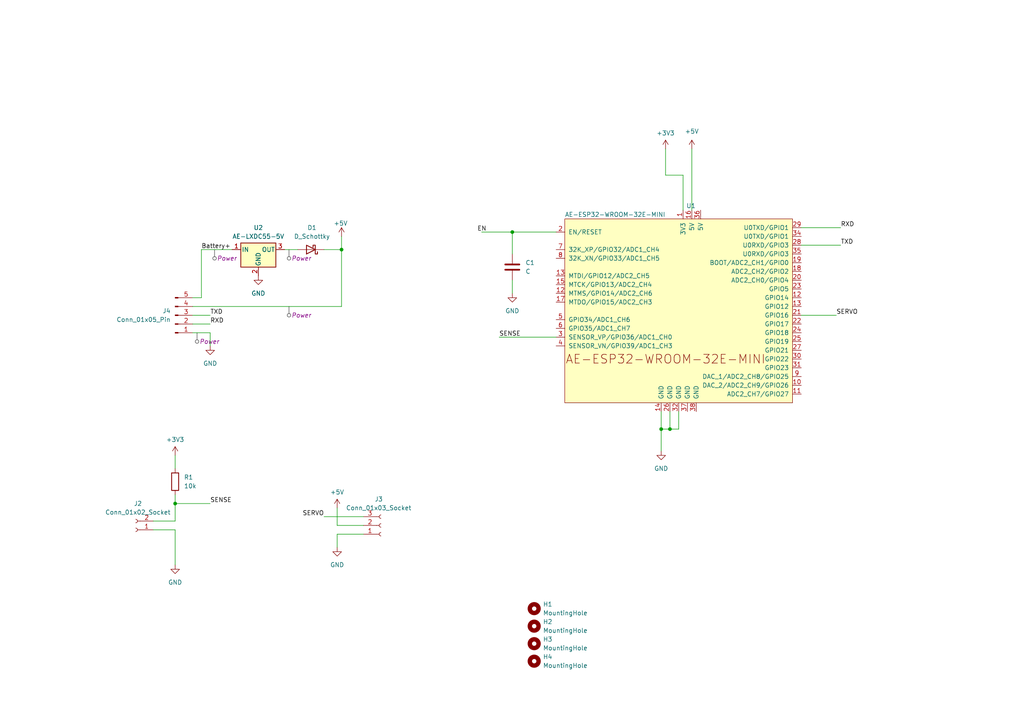
<source format=kicad_sch>
(kicad_sch (version 20231120) (generator "eeschema") (generator_version "8.0")
  (paper "A4")
  (lib_symbols
    (symbol "Connector:Conn_01x02_Socket" (pin_names (offset 1.016) hide)
      (property "Reference" "J" (at 0 2.54 0))
      (property "Value" "Conn_01x02_Socket" (at 0 -5.08 0))
      (symbol "Conn_01x02_Socket_1_1"
        (arc (start 0 -2.032) (mid -0.5058 -2.54) (end 0 -3.048) (stroke (width 0.1524)))
        (polyline (pts (xy -1.27 -2.54) (xy -0.508 -2.54)) (stroke (width 0.1524)))
        (polyline (pts (xy -1.27 0) (xy -0.508 0)) (stroke (width 0.1524)))
        (arc (start 0 0.508) (mid -0.5058 0) (end 0 -0.508) (stroke (width 0.1524)))
        (pin passive line (at -5.08 0 0) (length 3.81) (name "Pin_1") (number "1"))
        (pin passive line (at -5.08 -2.54 0) (length 3.81) (name "Pin_2") (number "2"))
      )
    )
    (symbol "Connector:Conn_01x03_Socket" (pin_names (offset 1.016) hide)
      (property "Reference" "J" (at 0 5.08 0))
      (property "Value" "Conn_01x03_Socket" (at 0 -5.08 0))
      (symbol "Conn_01x03_Socket_1_1"
        (arc (start 0 -2.032) (mid -0.5058 -2.54) (end 0 -3.048) (stroke (width 0.1524)))
        (polyline (pts (xy -1.27 -2.54) (xy -0.508 -2.54)) (stroke (width 0.1524)))
        (polyline (pts (xy -1.27 0) (xy -0.508 0)) (stroke (width 0.1524)))
        (polyline (pts (xy -1.27 2.54) (xy -0.508 2.54)) (stroke (width 0.1524)))
        (arc (start 0 0.508) (mid -0.5058 0) (end 0 -0.508) (stroke (width 0.1524)))
        (arc (start 0 3.048) (mid -0.5058 2.54) (end 0 2.032) (stroke (width 0.1524)))
        (pin passive line (at -5.08 2.54 0) (length 3.81) (name "Pin_1") (number "1"))
        (pin passive line (at -5.08 0 0) (length 3.81) (name "Pin_2") (number "2"))
        (pin passive line (at -5.08 -2.54 0) (length 3.81) (name "Pin_3") (number "3"))
      )
    )
    (symbol "Connector:Conn_01x05_Pin" (pin_names (offset 1.016) hide)
      (property "Reference" "J" (at 0 7.62 0))
      (property "Value" "Conn_01x05_Pin" (at 0 -7.62 0))
      (symbol "Conn_01x05_Pin_1_1"
        (polyline (pts (xy 1.27 -5.08) (xy 0.8636 -5.08)) (stroke (width 0.1524)))
        (polyline (pts (xy 1.27 -2.54) (xy 0.8636 -2.54)) (stroke (width 0.1524)))
        (polyline (pts (xy 1.27 0) (xy 0.8636 0)) (stroke (width 0.1524)))
        (polyline (pts (xy 1.27 2.54) (xy 0.8636 2.54)) (stroke (width 0.1524)))
        (polyline (pts (xy 1.27 5.08) (xy 0.8636 5.08)) (stroke (width 0.1524)))
        (rectangle (start 0.8636 -4.953) (end 0 -5.207) (stroke (width 0.1524)) (fill (type outline)))
        (rectangle (start 0.8636 -2.413) (end 0 -2.667) (stroke (width 0.1524)) (fill (type outline)))
        (rectangle (start 0.8636 0.127) (end 0 -0.127) (stroke (width 0.1524)) (fill (type outline)))
        (rectangle (start 0.8636 2.667) (end 0 2.413) (stroke (width 0.1524)) (fill (type outline)))
        (rectangle (start 0.8636 5.207) (end 0 4.953) (stroke (width 0.1524)) (fill (type outline)))
        (pin passive line (at 5.08 5.08 180) (length 3.81) (name "Pin_1") (number "1"))
        (pin passive line (at 5.08 2.54 180) (length 3.81) (name "Pin_2") (number "2"))
        (pin passive line (at 5.08 0 180) (length 3.81) (name "Pin_3") (number "3"))
        (pin passive line (at 5.08 -2.54 180) (length 3.81) (name "Pin_4") (number "4"))
        (pin passive line (at 5.08 -5.08 180) (length 3.81) (name "Pin_5") (number "5"))
      )
    )
    (symbol "Device:C" (pin_numbers hide) (pin_names (offset 0.254))
      (property "Reference" "C" (at 0.635 2.54 0))
      (property "Value" "C" (at 0.635 -2.54 0))
      (symbol "C_0_1"
        (polyline (pts (xy -2.032 -0.762) (xy 2.032 -0.762)) (stroke (width 0.508)))
        (polyline (pts (xy -2.032 0.762) (xy 2.032 0.762)) (stroke (width 0.508)))
      )
      (symbol "C_1_1"
        (pin passive line (at 0 3.81 270) (length 2.794) (name "~") (number "1"))
        (pin passive line (at 0 -3.81 90) (length 2.794) (name "~") (number "2"))
      )
    )
    (symbol "Device:D_Schottky" (pin_numbers hide) (pin_names (offset 1.016) hide)
      (property "Reference" "D" (at 0 2.54 0))
      (property "Value" "D_Schottky" (at 0 -2.54 0))
      (symbol "D_Schottky_0_1"
        (polyline (pts (xy 1.27 0) (xy -1.27 0)))
        (polyline (pts (xy 1.27 1.27) (xy 1.27 -1.27) (xy -1.27 0) (xy 1.27 1.27)) (stroke (width 0.254)))
        (polyline (pts (xy -1.905 0.635) (xy -1.905 1.27) (xy -1.27 1.27) (xy -1.27 -1.27) (xy -0.635 -1.27) (xy -0.635 -0.635)) (stroke (width 0.254)))
      )
      (symbol "D_Schottky_1_1"
        (pin passive line (at -3.81 0 0) (length 2.54) (name "K") (number "1"))
        (pin passive line (at 3.81 0 180) (length 2.54) (name "A") (number "2"))
      )
    )
    (symbol "Device:R" (pin_numbers hide) (pin_names (offset 0))
      (property "Reference" "R" (at 2.032 0 90))
      (property "Value" "R" (at 0 0 90))
      (symbol "R_0_1"
        (rectangle (start -1.016 -2.54) (end 1.016 2.54) (stroke (width 0.254)))
      )
      (symbol "R_1_1"
        (pin passive line (at 0 3.81 270) (length 1.27) (name "~") (number "1"))
        (pin passive line (at 0 -3.81 90) (length 1.27) (name "~") (number "2"))
      )
    )
    (symbol "Mechanical:MountingHole" (pin_names (offset 1.016))
      (property "Reference" "H" (at 0 5.08 0))
      (property "Value" "MountingHole" (at 0 3.175 0))
      (symbol "MountingHole_0_1"
        (circle (center 0 0) (radius 1.27) (stroke (width 1.27)))
      )
    )
    (symbol "power:+5V" (power) (pin_names (offset 0))
      (property "Value" "+5V" (at 0 3.556 0))
      (symbol "+5V_0_1"
        (polyline (pts (xy -0.762 1.27) (xy 0 2.54)))
        (polyline (pts (xy 0 0) (xy 0 2.54)))
        (polyline (pts (xy 0 2.54) (xy 0.762 1.27)))
      )
      (symbol "+5V_1_1"
        (pin power_in line (at 0 0 90) (length 0) hide (name "+5V") (number "1"))
      )
    )
    (symbol "power:GND" (power) (pin_names (offset 0))
      (property "Value" "GND" (at 0 -3.81 0))
      (symbol "GND_0_1"
        (polyline (pts (xy 0 0) (xy 0 -1.27) (xy 1.27 -1.27) (xy 0 -2.54) (xy -1.27 -1.27) (xy 0 -1.27)))
      )
      (symbol "GND_1_1"
        (pin power_in line (at 0 0 270) (length 0) hide (name "GND") (number "1"))
      )
    )
    (symbol "sasimaniki:AE-ESP32-WROOM-32E-MINI" (pin_names (offset 1.016))
      (property "Reference" "U" (at -33.02 27.94 0))
      (property "Value" "AE-ESP32-WROOM-32E-MINI" (at -30.48 25.4 0))
      (symbol "AE-ESP32-WROOM-32E-MINI_0_1"
        (rectangle (start -33.02 24.13) (end 33.02 -29.21) (fill (type background)))
      )
      (symbol "AE-ESP32-WROOM-32E-MINI_1_1"
        (text "AE-ESP32-WROOM-32E-MINI" (at -3.81 -16.51 0) (effects (font (size 2.54 2.54))))
        (pin power_in line (at 1.27 26.67 270) (length 2.54) (name "3V3") (number "1"))
        (pin bidirectional line (at 35.56 -24.13 180) (length 2.54) (name "DAC_2/ADC2_CH9/GPIO26") (number "10"))
        (pin bidirectional line (at 35.56 -26.67 180) (length 2.54) (name "ADC2_CH7/GPIO27") (number "11"))
        (pin bidirectional line (at 35.56 1.27 180) (length 2.54) (name "GPIO14") (number "12"))
        (pin bidirectional line (at -35.56 2.54 0) (length 2.54) (name "MTMS/GPIO14/ADC2_CH6") (number "12"))
        (pin bidirectional line (at 35.56 -1.27 180) (length 2.54) (name "GPIO12") (number "13"))
        (pin bidirectional line (at -35.56 7.62 0) (length 2.54) (name "MTDI/GPIO12/ADC2_CH5") (number "13"))
        (pin power_in line (at -5.08 -31.75 90) (length 2.54) (name "GND") (number "14"))
        (pin bidirectional line (at -35.56 5.08 0) (length 2.54) (name "MTCK/GPIO13/ADC2_CH4") (number "15"))
        (pin power_in line (at 3.81 26.67 270) (length 2.54) (name "5V") (number "16"))
        (pin bidirectional line (at -35.56 0 0) (length 2.54) (name "MTDO/GPIO15/ADC2_CH3") (number "17"))
        (pin bidirectional line (at 35.56 8.89 180) (length 2.54) (name "ADC2_CH2/GPIO2") (number "18"))
        (pin bidirectional line (at 35.56 11.43 180) (length 2.54) (name "BOOT/ADC2_CH1/GPIO0") (number "19"))
        (pin input line (at -35.56 20.32 0) (length 2.54) (name "EN/RESET") (number "2"))
        (pin bidirectional line (at 35.56 6.35 180) (length 2.54) (name "ADC2_CH0/GPIO4") (number "20"))
        (pin bidirectional line (at 35.56 -3.81 180) (length 2.54) (name "GPIO16") (number "21"))
        (pin bidirectional line (at 35.56 -6.35 180) (length 2.54) (name "GPIO17") (number "22"))
        (pin bidirectional line (at 35.56 3.81 180) (length 2.54) (name "GPIO5") (number "23"))
        (pin bidirectional line (at 35.56 -8.89 180) (length 2.54) (name "GPIO18") (number "24"))
        (pin bidirectional line (at 35.56 -11.43 180) (length 2.54) (name "GPIO19") (number "25"))
        (pin power_in line (at -2.54 -31.75 90) (length 2.54) (name "GND") (number "26"))
        (pin bidirectional line (at 35.56 -13.97 180) (length 2.54) (name "GPIO21") (number "27"))
        (pin bidirectional line (at 35.56 16.51 180) (length 2.54) (name "U0RXD/GPIO3") (number "28"))
        (pin bidirectional line (at 35.56 21.59 180) (length 2.54) (name "U0TXD/GPIO1") (number "29"))
        (pin input line (at -35.56 -10.16 0) (length 2.54) (name "SENSOR_VP/GPIO36/ADC1_CH0") (number "3"))
        (pin bidirectional line (at 35.56 -16.51 180) (length 2.54) (name "GPIO22") (number "30"))
        (pin bidirectional line (at 35.56 -19.05 180) (length 2.54) (name "GPIO23") (number "31"))
        (pin power_in line (at 0 -31.75 90) (length 2.54) (name "GND") (number "32"))
        (pin bidirectional line (at 35.56 19.05 180) (length 2.54) (name "U0TXD/GPIO1") (number "34"))
        (pin bidirectional line (at 35.56 13.97 180) (length 2.54) (name "U0RXD/GPIO3") (number "35"))
        (pin power_in line (at 6.35 26.67 270) (length 2.54) (name "5V") (number "36"))
        (pin power_in line (at 2.54 -31.75 90) (length 2.54) (name "GND") (number "37"))
        (pin power_in line (at 5.08 -31.75 90) (length 2.54) (name "GND") (number "38"))
        (pin input line (at -35.56 -12.7 0) (length 2.54) (name "SENSOR_VN/GPIO39/ADC1_CH3") (number "4"))
        (pin input line (at -35.56 -5.08 0) (length 2.54) (name "GPIO34/ADC1_CH6") (number "5"))
        (pin input line (at -35.56 -7.62 0) (length 2.54) (name "GPIO35/ADC1_CH7") (number "6"))
        (pin bidirectional line (at -35.56 15.24 0) (length 2.54) (name "32K_XP/GPIO32/ADC1_CH4") (number "7"))
        (pin bidirectional line (at -35.56 12.7 0) (length 2.54) (name "32K_XN/GPIO33/ADC1_CH5") (number "8"))
        (pin bidirectional line (at 35.56 -21.59 180) (length 2.54) (name "DAC_1/ADC2_CH8/GPIO25") (number "9"))
      )
    )
    (symbol "sasimaniki:AE-LXDC55-5V" (pin_names (offset 0.254))
      (property "Reference" "U" (at -3.81 3.175 0))
      (property "Value" "AE-LXDC55-5V" (at 0 3.175 0))
      (symbol "AE-LXDC55-5V_0_1"
        (rectangle (start -5.08 1.905) (end 5.08 -5.08) (stroke (width 0.254)) (fill (type background)))
      )
      (symbol "AE-LXDC55-5V_1_1"
        (pin power_in line (at -7.62 0 0) (length 2.54) (name "IN") (number "1"))
        (pin power_in line (at 0 -7.62 90) (length 2.54) (name "GND") (number "2"))
        (pin power_out line (at 7.62 0 180) (length 2.54) (name "OUT") (number "3"))
      )
    )
  )
  (junction (at 191.77 124.46))
  (junction (at 50.8 146.05))
  (junction (at 148.59 67.31))
  (junction (at 99.06 72.39))
  (junction (at 194.31 124.46))
  (wire (pts (xy 97.79 154.94) (xy 97.79 158.75)))
  (wire (pts (xy 139.7 67.31) (xy 148.59 67.31)))
  (wire (pts (xy 50.8 146.05) (xy 50.8 151.13)))
  (wire (pts (xy 60.96 100.33) (xy 60.96 96.52)))
  (wire (pts (xy 99.06 88.9) (xy 99.06 72.39)))
  (wire (pts (xy 242.57 91.44) (xy 232.41 91.44)))
  (wire (pts (xy 148.59 73.66) (xy 148.59 67.31)))
  (wire (pts (xy 193.04 43.18) (xy 193.04 50.8)))
  (wire (pts (xy 50.8 153.67) (xy 50.8 163.83)))
  (wire (pts (xy 232.41 71.12) (xy 243.84 71.12)))
  (wire (pts (xy 55.88 88.9) (xy 99.06 88.9)))
  (wire (pts (xy 50.8 146.05) (xy 60.96 146.05)))
  (wire (pts (xy 50.8 143.51) (xy 50.8 146.05)))
  (wire (pts (xy 198.12 50.8) (xy 193.04 50.8)))
  (wire (pts (xy 105.41 154.94) (xy 97.79 154.94)))
  (wire (pts (xy 86.36 72.39) (xy 82.55 72.39)))
  (wire (pts (xy 44.45 153.67) (xy 50.8 153.67)))
  (wire (pts (xy 198.12 60.96) (xy 198.12 50.8)))
  (wire (pts (xy 200.66 43.18) (xy 200.66 60.96)))
  (wire (pts (xy 58.42 72.39) (xy 67.31 72.39)))
  (wire (pts (xy 97.79 152.4) (xy 105.41 152.4)))
  (wire (pts (xy 196.85 124.46) (xy 194.31 124.46)))
  (wire (pts (xy 191.77 130.81) (xy 191.77 124.46)))
  (wire (pts (xy 232.41 66.04) (xy 243.84 66.04)))
  (wire (pts (xy 99.06 72.39) (xy 93.98 72.39)))
  (wire (pts (xy 194.31 124.46) (xy 191.77 124.46)))
  (wire (pts (xy 191.77 124.46) (xy 191.77 119.38)))
  (wire (pts (xy 99.06 68.58) (xy 99.06 72.39)))
  (wire (pts (xy 148.59 67.31) (xy 161.29 67.31)))
  (wire (pts (xy 105.41 149.86) (xy 93.98 149.86)))
  (wire (pts (xy 196.85 119.38) (xy 196.85 124.46)))
  (wire (pts (xy 194.31 119.38) (xy 194.31 124.46)))
  (wire (pts (xy 60.96 96.52) (xy 55.88 96.52)))
  (wire (pts (xy 50.8 151.13) (xy 44.45 151.13)))
  (wire (pts (xy 55.88 93.98) (xy 60.96 93.98)))
  (wire (pts (xy 58.42 72.39) (xy 58.42 86.36)))
  (wire (pts (xy 55.88 86.36) (xy 58.42 86.36)))
  (wire (pts (xy 97.79 147.32) (xy 97.79 152.4)))
  (wire (pts (xy 144.78 97.79) (xy 161.29 97.79)))
  (wire (pts (xy 148.59 85.09) (xy 148.59 81.28)))
  (wire (pts (xy 50.8 132.08) (xy 50.8 135.89)))
  (wire (pts (xy 55.88 91.44) (xy 60.96 91.44)))
  (label "RXD" (at 243.84 66.04 0))
  (label "Battery+" (at 58.42 72.39 0))
  (label "RXD" (at 60.96 93.98 0))
  (label "SENSE" (at 60.96 146.05 0))
  (label "TXD" (at 243.84 71.12 0))
  (label "TXD" (at 60.96 91.44 0))
  (label "SENSE" (at 144.78 97.79 0))
  (label "EN" (at 138.43 67.31 0))
  (label "SERVO" (at 242.57 91.44 0))
  (label "SERVO" (at 93.98 149.86 180))
  (netclass_flag "" (length 2.54) (shape round) (at 62.23 72.39 180) (property "Netclass" "Power" (at 62.9285 74.93 0) (effects (font (italic yes)) (justify left))))
  (netclass_flag "" (length 2.54) (shape round) (at 83.82 88.9 180) (property "Netclass" "Power" (at 84.5185 91.44 0) (effects (font (italic yes)) (justify left))))
  (netclass_flag "" (length 2.54) (shape round) (at 57.15 96.52 180) (property "Netclass" "Power" (at 57.8485 99.06 0) (effects (font (italic yes)) (justify left))))
  (netclass_flag "" (length 2.54) (shape round) (at 83.82 72.39 180) (property "Netclass" "Power" (at 84.5185 74.93 0) (effects (font (italic yes)) (justify left))))
  (symbol (lib_id "power:+5V") (at 50.8 132.08 0) (mirror y) (unit 1)
    (property "Reference" "#PWR08" (effects (hide yes)))
    (property "Value" "+3V3" (at 50.8 127.508 0))
  )
  (symbol (lib_id "power:+5V") (at 99.06 68.58 0) (unit 1)
    (property "Reference" "#PWR04" (effects (hide yes)))
    (property "Value" "+5V" (at 98.806 64.77 0))
  )
  (symbol (lib_id "Device:R") (at 50.8 139.7 0) (unit 1)
    (property "Reference" "R1" (at 53.34 138.43 0) (effects (justify left)))
    (property "Value" "10k" (at 53.34 140.97 0) (effects (justify left)))
    (property "Footprint" "Resistor_SMD:R_0603_1608Metric_Pad0.98x0.95mm_HandSolder" (effects (hide yes)))
  )
  (symbol (lib_id "power:+5V") (at 97.79 147.32 0) (mirror y) (unit 1)
    (property "Reference" "#PWR06" (effects (hide yes)))
    (property "Value" "+5V" (at 97.79 142.748 0))
  )
  (symbol (lib_id "power:+5V") (at 193.04 43.18 0) (mirror y) (unit 1)
    (property "Reference" "#PWR010" (effects (hide yes)))
    (property "Value" "+3V3" (at 193.04 38.608 0))
  )
  (symbol (lib_id "power:GND") (at 191.77 130.81 0) (unit 1)
    (property "Reference" "#PWR03" (effects (hide yes)))
    (property "Value" "GND" (at 191.77 135.89 0))
  )
  (symbol (lib_id "sasimaniki:AE-ESP32-WROOM-32E-MINI") (at 196.85 87.63 0) (unit 1)
    (property "Reference" "U1" (at 199.0441 59.69 0) (effects (justify left)))
    (property "Value" "AE-ESP32-WROOM-32E-MINI" (at 163.83 62.23 0) (effects (justify left)))
    (property "Footprint" "sasimaniki:AE-ESP32-WROOM-32E-MINI" (effects (hide yes)))
    (property "Datasheet" "https://akizukidenshi.com/catalog/g/g116108/" (effects (hide yes)))
  )
  (symbol (lib_id "power:GND") (at 97.79 158.75 0) (mirror y) (unit 1)
    (property "Reference" "#PWR07" (effects (hide yes)))
    (property "Value" "GND" (at 97.79 163.83 0))
  )
  (symbol (lib_id "power:GND") (at 148.59 85.09 0) (unit 1)
    (property "Reference" "#PWR05" (effects (hide yes)))
    (property "Value" "GND" (at 148.59 90.17 0))
  )
  (symbol (lib_id "Mechanical:MountingHole") (at 154.94 191.77 0) (unit 1)
    (property "Reference" "H4" (at 157.48 190.5 0) (effects (justify left)))
    (property "Value" "MountingHole" (at 157.48 193.04 0) (effects (justify left)))
    (property "Footprint" "MountingHole:MountingHole_2.2mm_M2" (effects (hide yes)))
  )
  (symbol (lib_id "Connector:Conn_01x05_Pin") (at 50.8 91.44 0) (mirror x) (unit 1)
    (property "Reference" "J4" (at 49.53 90.17 0) (effects (justify right)))
    (property "Value" "Conn_01x05_Pin" (at 49.53 92.71 0) (effects (justify right)))
    (property "Footprint" "Connector_JST:JST_XH_S5B-XH-A_1x05_P2.50mm_Horizontal" (effects (hide yes)))
  )
  (symbol (lib_id "Mechanical:MountingHole") (at 154.94 181.61 0) (unit 1)
    (property "Reference" "H2" (at 157.48 180.34 0) (effects (justify left)))
    (property "Value" "MountingHole" (at 157.48 182.88 0) (effects (justify left)))
    (property "Footprint" "MountingHole:MountingHole_2.2mm_M2" (effects (hide yes)))
  )
  (symbol (lib_id "Mechanical:MountingHole") (at 154.94 186.69 0) (unit 1)
    (property "Reference" "H3" (at 157.48 185.42 0) (effects (justify left)))
    (property "Value" "MountingHole" (at 157.48 187.96 0) (effects (justify left)))
    (property "Footprint" "MountingHole:MountingHole_2.2mm_M2" (effects (hide yes)))
  )
  (symbol (lib_id "Device:C") (at 148.59 77.47 0) (unit 1)
    (property "Reference" "C1" (at 152.4 76.2 0) (effects (justify left)))
    (property "Value" "C" (at 152.4 78.74 0) (effects (justify left)))
    (property "Footprint" "Capacitor_SMD:C_0603_1608Metric_Pad1.08x0.95mm_HandSolder" (effects (hide yes)))
  )
  (symbol (lib_id "power:+5V") (at 200.66 43.18 0) (unit 1)
    (property "Reference" "#PWR02" (effects (hide yes)))
    (property "Value" "+5V" (at 200.66 38.1 0))
  )
  (symbol (lib_id "Connector:Conn_01x03_Socket") (at 110.49 152.4 0) (mirror x) (unit 1)
    (property "Reference" "J3" (at 109.855 144.78 0))
    (property "Value" "Conn_01x03_Socket" (at 109.855 147.32 0))
    (property "Footprint" "Connector_JST:JST_XH_S3B-XH-A_1x03_P2.50mm_Horizontal" (effects (hide yes)))
  )
  (symbol (lib_id "sasimaniki:AE-LXDC55-5V") (at 74.93 72.39 0) (unit 1)
    (property "Reference" "U2" (at 74.93 66.04 0))
    (property "Value" "AE-LXDC55-5V" (at 74.93 68.58 0))
    (property "Footprint" "sasimaniki:AE-LXDC55" (effects (hide yes)))
    (property "Datasheet" "https://akizukidenshi.com/catalog/g/g109981/" (effects (hide yes)))
  )
  (symbol (lib_id "power:GND") (at 50.8 163.83 0) (unit 1)
    (property "Reference" "#PWR09" (effects (hide yes)))
    (property "Value" "GND" (at 50.8 168.91 0))
  )
  (symbol (lib_id "Connector:Conn_01x02_Socket") (at 39.37 153.67 180) (unit 1)
    (property "Reference" "J2" (at 40.005 146.05 0))
    (property "Value" "Conn_01x02_Socket" (at 40.005 148.59 0))
    (property "Footprint" "Connector_JST:JST_XH_S2B-XH-A_1x02_P2.50mm_Horizontal" (effects (hide yes)))
  )
  (symbol (lib_id "power:GND") (at 74.93 80.01 0) (unit 1)
    (property "Reference" "#PWR01" (effects (hide yes)))
    (property "Value" "GND" (at 74.93 85.09 0))
  )
  (symbol (lib_id "power:GND") (at 60.96 100.33 0) (unit 1)
    (property "Reference" "#PWR011" (effects (hide yes)))
    (property "Value" "GND" (at 60.96 105.41 0))
  )
  (symbol (lib_id "Mechanical:MountingHole") (at 154.94 176.53 0) (unit 1)
    (property "Reference" "H1" (at 157.48 175.26 0) (effects (justify left)))
    (property "Value" "MountingHole" (at 157.48 177.8 0) (effects (justify left)))
    (property "Footprint" "MountingHole:MountingHole_2.2mm_M2" (effects (hide yes)))
  )
  (symbol (lib_id "Device:D_Schottky") (at 90.17 72.39 180) (unit 1)
    (property "Reference" "D1" (at 90.4875 66.04 0))
    (property "Value" "D_Schottky" (at 90.4875 68.58 0))
    (property "Footprint" "Diode_SMD:D_2114_3652Metric_Pad1.85x3.75mm_HandSolder" (effects (hide yes)))
  )
)
</source>
